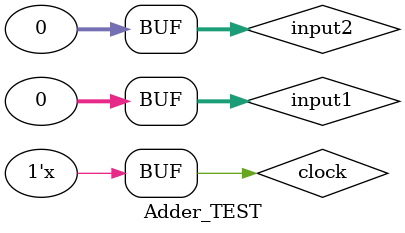
<source format=v>
`timescale 1ns / 1ps


module Adder_TEST;

	// Inputs
	reg clock;
	reg [31:0] input1;
	reg [31:0] input2;

	// Outputs
	wire [31:0] result;

	// Instantiate the Unit Under Test (UUT)
	Adder uut (
		.clock(clock), 
		.input1(input1), 
		.input2(input2), 
		.result(result)
	);

	always #50 clock = ~clock;
	initial begin
		// Initialize Inputs
		clock = 0;
		input1 = 0;
		input2 = 0;

		// Wait 100 ns for global reset to finish
		#100;
        
		// Add stimulus here

	end
      
endmodule


</source>
